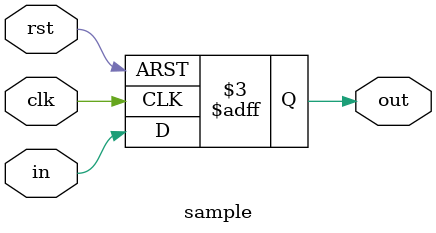
<source format=v>
module sample(clk,rst,in,out) ;
    input clk,rst,in;
    output out;
    reg out;
    
    always@(posedge clk or negedge rst) begin
        if(!rst) out<=0;
        else out<=in;
    end

endmodule


</source>
